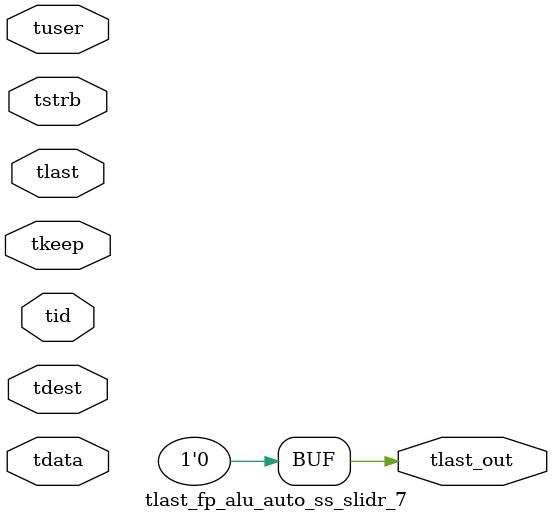
<source format=v>


`timescale 1ps/1ps

module tlast_fp_alu_auto_ss_slidr_7 #
(
parameter C_S_AXIS_TID_WIDTH   = 1,
parameter C_S_AXIS_TUSER_WIDTH = 0,
parameter C_S_AXIS_TDATA_WIDTH = 0,
parameter C_S_AXIS_TDEST_WIDTH = 0
)
(
input  [(C_S_AXIS_TID_WIDTH   == 0 ? 1 : C_S_AXIS_TID_WIDTH)-1:0       ] tid,
input  [(C_S_AXIS_TDATA_WIDTH == 0 ? 1 : C_S_AXIS_TDATA_WIDTH)-1:0     ] tdata,
input  [(C_S_AXIS_TUSER_WIDTH == 0 ? 1 : C_S_AXIS_TUSER_WIDTH)-1:0     ] tuser,
input  [(C_S_AXIS_TDEST_WIDTH == 0 ? 1 : C_S_AXIS_TDEST_WIDTH)-1:0     ] tdest,
input  [(C_S_AXIS_TDATA_WIDTH/8)-1:0 ] tkeep,
input  [(C_S_AXIS_TDATA_WIDTH/8)-1:0 ] tstrb,
input  [0:0]                                                             tlast,
output                                                                   tlast_out
);

assign tlast_out = {1'b0};

endmodule


</source>
